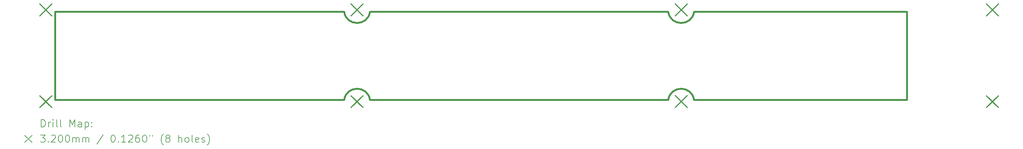
<source format=gbr>
%TF.GenerationSoftware,KiCad,Pcbnew,7.0.2-0*%
%TF.CreationDate,2023-05-18T01:15:51+02:00*%
%TF.ProjectId,LD,4c442e6b-6963-4616-945f-706362585858,rev?*%
%TF.SameCoordinates,PXfd9f08PY7735940*%
%TF.FileFunction,Drillmap*%
%TF.FilePolarity,Positive*%
%FSLAX45Y45*%
G04 Gerber Fmt 4.5, Leading zero omitted, Abs format (unit mm)*
G04 Created by KiCad (PCBNEW 7.0.2-0) date 2023-05-18 01:15:51*
%MOMM*%
%LPD*%
G01*
G04 APERTURE LIST*
%ADD10C,0.500000*%
%ADD11C,0.200000*%
%ADD12C,0.320000*%
G04 APERTURE END LIST*
D10*
X17250000Y400000D02*
X9150000Y400000D01*
X600000Y400000D02*
X600000Y2800000D01*
X9150000Y2800000D02*
X17250000Y2800000D01*
X8450000Y400000D02*
X600000Y400000D01*
X23730000Y2800000D02*
X23730000Y400000D01*
X600000Y2800000D02*
X8450000Y2800000D01*
X17950000Y2800000D02*
X23730000Y2800000D01*
X9150000Y400000D02*
G75*
G03*
X8450000Y400000I-350000J-50000D01*
G01*
X17250000Y2800000D02*
G75*
G03*
X17950000Y2800000I350000J50000D01*
G01*
X17950000Y400000D02*
G75*
G03*
X17250000Y400000I-350000J-50000D01*
G01*
X23730000Y400000D02*
X17950000Y400000D01*
X8450000Y2800000D02*
G75*
G03*
X9150000Y2800000I350000J50000D01*
G01*
D11*
D12*
X190000Y3010000D02*
X510000Y2690000D01*
X510000Y3010000D02*
X190000Y2690000D01*
X190000Y510000D02*
X510000Y190000D01*
X510000Y510000D02*
X190000Y190000D01*
X8640000Y3010000D02*
X8960000Y2690000D01*
X8960000Y3010000D02*
X8640000Y2690000D01*
X8640000Y510000D02*
X8960000Y190000D01*
X8960000Y510000D02*
X8640000Y190000D01*
X17440000Y3010000D02*
X17760000Y2690000D01*
X17760000Y3010000D02*
X17440000Y2690000D01*
X17440000Y512870D02*
X17760000Y192870D01*
X17760000Y512870D02*
X17440000Y192870D01*
X25890000Y3010000D02*
X26210000Y2690000D01*
X26210000Y3010000D02*
X25890000Y2690000D01*
X25890000Y510000D02*
X26210000Y190000D01*
X26210000Y510000D02*
X25890000Y190000D01*
D11*
X222619Y-337524D02*
X222619Y-137524D01*
X222619Y-137524D02*
X270238Y-137524D01*
X270238Y-137524D02*
X298810Y-147048D01*
X298810Y-147048D02*
X317857Y-166095D01*
X317857Y-166095D02*
X327381Y-185143D01*
X327381Y-185143D02*
X336905Y-223238D01*
X336905Y-223238D02*
X336905Y-251809D01*
X336905Y-251809D02*
X327381Y-289905D01*
X327381Y-289905D02*
X317857Y-308952D01*
X317857Y-308952D02*
X298810Y-328000D01*
X298810Y-328000D02*
X270238Y-337524D01*
X270238Y-337524D02*
X222619Y-337524D01*
X422619Y-337524D02*
X422619Y-204190D01*
X422619Y-242286D02*
X432143Y-223238D01*
X432143Y-223238D02*
X441667Y-213714D01*
X441667Y-213714D02*
X460714Y-204190D01*
X460714Y-204190D02*
X479762Y-204190D01*
X546429Y-337524D02*
X546429Y-204190D01*
X546429Y-137524D02*
X536905Y-147048D01*
X536905Y-147048D02*
X546429Y-156571D01*
X546429Y-156571D02*
X555952Y-147048D01*
X555952Y-147048D02*
X546429Y-137524D01*
X546429Y-137524D02*
X546429Y-156571D01*
X670238Y-337524D02*
X651190Y-328000D01*
X651190Y-328000D02*
X641667Y-308952D01*
X641667Y-308952D02*
X641667Y-137524D01*
X775000Y-337524D02*
X755952Y-328000D01*
X755952Y-328000D02*
X746428Y-308952D01*
X746428Y-308952D02*
X746428Y-137524D01*
X1003571Y-337524D02*
X1003571Y-137524D01*
X1003571Y-137524D02*
X1070238Y-280381D01*
X1070238Y-280381D02*
X1136905Y-137524D01*
X1136905Y-137524D02*
X1136905Y-337524D01*
X1317857Y-337524D02*
X1317857Y-232762D01*
X1317857Y-232762D02*
X1308333Y-213714D01*
X1308333Y-213714D02*
X1289286Y-204190D01*
X1289286Y-204190D02*
X1251190Y-204190D01*
X1251190Y-204190D02*
X1232143Y-213714D01*
X1317857Y-328000D02*
X1298810Y-337524D01*
X1298810Y-337524D02*
X1251190Y-337524D01*
X1251190Y-337524D02*
X1232143Y-328000D01*
X1232143Y-328000D02*
X1222619Y-308952D01*
X1222619Y-308952D02*
X1222619Y-289905D01*
X1222619Y-289905D02*
X1232143Y-270857D01*
X1232143Y-270857D02*
X1251190Y-261333D01*
X1251190Y-261333D02*
X1298810Y-261333D01*
X1298810Y-261333D02*
X1317857Y-251809D01*
X1413095Y-204190D02*
X1413095Y-404190D01*
X1413095Y-213714D02*
X1432143Y-204190D01*
X1432143Y-204190D02*
X1470238Y-204190D01*
X1470238Y-204190D02*
X1489286Y-213714D01*
X1489286Y-213714D02*
X1498809Y-223238D01*
X1498809Y-223238D02*
X1508333Y-242286D01*
X1508333Y-242286D02*
X1508333Y-299429D01*
X1508333Y-299429D02*
X1498809Y-318476D01*
X1498809Y-318476D02*
X1489286Y-328000D01*
X1489286Y-328000D02*
X1470238Y-337524D01*
X1470238Y-337524D02*
X1432143Y-337524D01*
X1432143Y-337524D02*
X1413095Y-328000D01*
X1594048Y-318476D02*
X1603571Y-328000D01*
X1603571Y-328000D02*
X1594048Y-337524D01*
X1594048Y-337524D02*
X1584524Y-328000D01*
X1584524Y-328000D02*
X1594048Y-318476D01*
X1594048Y-318476D02*
X1594048Y-337524D01*
X1594048Y-213714D02*
X1603571Y-223238D01*
X1603571Y-223238D02*
X1594048Y-232762D01*
X1594048Y-232762D02*
X1584524Y-223238D01*
X1584524Y-223238D02*
X1594048Y-213714D01*
X1594048Y-213714D02*
X1594048Y-232762D01*
X-225000Y-565000D02*
X-25000Y-765000D01*
X-25000Y-565000D02*
X-225000Y-765000D01*
X203571Y-557524D02*
X327381Y-557524D01*
X327381Y-557524D02*
X260714Y-633714D01*
X260714Y-633714D02*
X289286Y-633714D01*
X289286Y-633714D02*
X308333Y-643238D01*
X308333Y-643238D02*
X317857Y-652762D01*
X317857Y-652762D02*
X327381Y-671810D01*
X327381Y-671810D02*
X327381Y-719428D01*
X327381Y-719428D02*
X317857Y-738476D01*
X317857Y-738476D02*
X308333Y-748000D01*
X308333Y-748000D02*
X289286Y-757524D01*
X289286Y-757524D02*
X232143Y-757524D01*
X232143Y-757524D02*
X213095Y-748000D01*
X213095Y-748000D02*
X203571Y-738476D01*
X413095Y-738476D02*
X422619Y-748000D01*
X422619Y-748000D02*
X413095Y-757524D01*
X413095Y-757524D02*
X403571Y-748000D01*
X403571Y-748000D02*
X413095Y-738476D01*
X413095Y-738476D02*
X413095Y-757524D01*
X498809Y-576571D02*
X508333Y-567048D01*
X508333Y-567048D02*
X527381Y-557524D01*
X527381Y-557524D02*
X575000Y-557524D01*
X575000Y-557524D02*
X594048Y-567048D01*
X594048Y-567048D02*
X603571Y-576571D01*
X603571Y-576571D02*
X613095Y-595619D01*
X613095Y-595619D02*
X613095Y-614667D01*
X613095Y-614667D02*
X603571Y-643238D01*
X603571Y-643238D02*
X489286Y-757524D01*
X489286Y-757524D02*
X613095Y-757524D01*
X736905Y-557524D02*
X755952Y-557524D01*
X755952Y-557524D02*
X775000Y-567048D01*
X775000Y-567048D02*
X784524Y-576571D01*
X784524Y-576571D02*
X794048Y-595619D01*
X794048Y-595619D02*
X803571Y-633714D01*
X803571Y-633714D02*
X803571Y-681333D01*
X803571Y-681333D02*
X794048Y-719428D01*
X794048Y-719428D02*
X784524Y-738476D01*
X784524Y-738476D02*
X775000Y-748000D01*
X775000Y-748000D02*
X755952Y-757524D01*
X755952Y-757524D02*
X736905Y-757524D01*
X736905Y-757524D02*
X717857Y-748000D01*
X717857Y-748000D02*
X708333Y-738476D01*
X708333Y-738476D02*
X698810Y-719428D01*
X698810Y-719428D02*
X689286Y-681333D01*
X689286Y-681333D02*
X689286Y-633714D01*
X689286Y-633714D02*
X698810Y-595619D01*
X698810Y-595619D02*
X708333Y-576571D01*
X708333Y-576571D02*
X717857Y-567048D01*
X717857Y-567048D02*
X736905Y-557524D01*
X927381Y-557524D02*
X946429Y-557524D01*
X946429Y-557524D02*
X965476Y-567048D01*
X965476Y-567048D02*
X975000Y-576571D01*
X975000Y-576571D02*
X984524Y-595619D01*
X984524Y-595619D02*
X994048Y-633714D01*
X994048Y-633714D02*
X994048Y-681333D01*
X994048Y-681333D02*
X984524Y-719428D01*
X984524Y-719428D02*
X975000Y-738476D01*
X975000Y-738476D02*
X965476Y-748000D01*
X965476Y-748000D02*
X946429Y-757524D01*
X946429Y-757524D02*
X927381Y-757524D01*
X927381Y-757524D02*
X908333Y-748000D01*
X908333Y-748000D02*
X898809Y-738476D01*
X898809Y-738476D02*
X889286Y-719428D01*
X889286Y-719428D02*
X879762Y-681333D01*
X879762Y-681333D02*
X879762Y-633714D01*
X879762Y-633714D02*
X889286Y-595619D01*
X889286Y-595619D02*
X898809Y-576571D01*
X898809Y-576571D02*
X908333Y-567048D01*
X908333Y-567048D02*
X927381Y-557524D01*
X1079762Y-757524D02*
X1079762Y-624190D01*
X1079762Y-643238D02*
X1089286Y-633714D01*
X1089286Y-633714D02*
X1108333Y-624190D01*
X1108333Y-624190D02*
X1136905Y-624190D01*
X1136905Y-624190D02*
X1155952Y-633714D01*
X1155952Y-633714D02*
X1165476Y-652762D01*
X1165476Y-652762D02*
X1165476Y-757524D01*
X1165476Y-652762D02*
X1175000Y-633714D01*
X1175000Y-633714D02*
X1194048Y-624190D01*
X1194048Y-624190D02*
X1222619Y-624190D01*
X1222619Y-624190D02*
X1241667Y-633714D01*
X1241667Y-633714D02*
X1251191Y-652762D01*
X1251191Y-652762D02*
X1251191Y-757524D01*
X1346429Y-757524D02*
X1346429Y-624190D01*
X1346429Y-643238D02*
X1355952Y-633714D01*
X1355952Y-633714D02*
X1375000Y-624190D01*
X1375000Y-624190D02*
X1403571Y-624190D01*
X1403571Y-624190D02*
X1422619Y-633714D01*
X1422619Y-633714D02*
X1432143Y-652762D01*
X1432143Y-652762D02*
X1432143Y-757524D01*
X1432143Y-652762D02*
X1441667Y-633714D01*
X1441667Y-633714D02*
X1460714Y-624190D01*
X1460714Y-624190D02*
X1489286Y-624190D01*
X1489286Y-624190D02*
X1508333Y-633714D01*
X1508333Y-633714D02*
X1517857Y-652762D01*
X1517857Y-652762D02*
X1517857Y-757524D01*
X1908333Y-548000D02*
X1736905Y-805143D01*
X2165476Y-557524D02*
X2184524Y-557524D01*
X2184524Y-557524D02*
X2203572Y-567048D01*
X2203572Y-567048D02*
X2213095Y-576571D01*
X2213095Y-576571D02*
X2222619Y-595619D01*
X2222619Y-595619D02*
X2232143Y-633714D01*
X2232143Y-633714D02*
X2232143Y-681333D01*
X2232143Y-681333D02*
X2222619Y-719428D01*
X2222619Y-719428D02*
X2213095Y-738476D01*
X2213095Y-738476D02*
X2203572Y-748000D01*
X2203572Y-748000D02*
X2184524Y-757524D01*
X2184524Y-757524D02*
X2165476Y-757524D01*
X2165476Y-757524D02*
X2146429Y-748000D01*
X2146429Y-748000D02*
X2136905Y-738476D01*
X2136905Y-738476D02*
X2127381Y-719428D01*
X2127381Y-719428D02*
X2117857Y-681333D01*
X2117857Y-681333D02*
X2117857Y-633714D01*
X2117857Y-633714D02*
X2127381Y-595619D01*
X2127381Y-595619D02*
X2136905Y-576571D01*
X2136905Y-576571D02*
X2146429Y-567048D01*
X2146429Y-567048D02*
X2165476Y-557524D01*
X2317857Y-738476D02*
X2327381Y-748000D01*
X2327381Y-748000D02*
X2317857Y-757524D01*
X2317857Y-757524D02*
X2308334Y-748000D01*
X2308334Y-748000D02*
X2317857Y-738476D01*
X2317857Y-738476D02*
X2317857Y-757524D01*
X2517857Y-757524D02*
X2403572Y-757524D01*
X2460714Y-757524D02*
X2460714Y-557524D01*
X2460714Y-557524D02*
X2441667Y-586095D01*
X2441667Y-586095D02*
X2422619Y-605143D01*
X2422619Y-605143D02*
X2403572Y-614667D01*
X2594048Y-576571D02*
X2603572Y-567048D01*
X2603572Y-567048D02*
X2622619Y-557524D01*
X2622619Y-557524D02*
X2670238Y-557524D01*
X2670238Y-557524D02*
X2689286Y-567048D01*
X2689286Y-567048D02*
X2698810Y-576571D01*
X2698810Y-576571D02*
X2708334Y-595619D01*
X2708334Y-595619D02*
X2708334Y-614667D01*
X2708334Y-614667D02*
X2698810Y-643238D01*
X2698810Y-643238D02*
X2584524Y-757524D01*
X2584524Y-757524D02*
X2708334Y-757524D01*
X2879762Y-557524D02*
X2841667Y-557524D01*
X2841667Y-557524D02*
X2822619Y-567048D01*
X2822619Y-567048D02*
X2813095Y-576571D01*
X2813095Y-576571D02*
X2794048Y-605143D01*
X2794048Y-605143D02*
X2784524Y-643238D01*
X2784524Y-643238D02*
X2784524Y-719428D01*
X2784524Y-719428D02*
X2794048Y-738476D01*
X2794048Y-738476D02*
X2803572Y-748000D01*
X2803572Y-748000D02*
X2822619Y-757524D01*
X2822619Y-757524D02*
X2860714Y-757524D01*
X2860714Y-757524D02*
X2879762Y-748000D01*
X2879762Y-748000D02*
X2889286Y-738476D01*
X2889286Y-738476D02*
X2898810Y-719428D01*
X2898810Y-719428D02*
X2898810Y-671810D01*
X2898810Y-671810D02*
X2889286Y-652762D01*
X2889286Y-652762D02*
X2879762Y-643238D01*
X2879762Y-643238D02*
X2860714Y-633714D01*
X2860714Y-633714D02*
X2822619Y-633714D01*
X2822619Y-633714D02*
X2803572Y-643238D01*
X2803572Y-643238D02*
X2794048Y-652762D01*
X2794048Y-652762D02*
X2784524Y-671810D01*
X3022619Y-557524D02*
X3041667Y-557524D01*
X3041667Y-557524D02*
X3060714Y-567048D01*
X3060714Y-567048D02*
X3070238Y-576571D01*
X3070238Y-576571D02*
X3079762Y-595619D01*
X3079762Y-595619D02*
X3089286Y-633714D01*
X3089286Y-633714D02*
X3089286Y-681333D01*
X3089286Y-681333D02*
X3079762Y-719428D01*
X3079762Y-719428D02*
X3070238Y-738476D01*
X3070238Y-738476D02*
X3060714Y-748000D01*
X3060714Y-748000D02*
X3041667Y-757524D01*
X3041667Y-757524D02*
X3022619Y-757524D01*
X3022619Y-757524D02*
X3003572Y-748000D01*
X3003572Y-748000D02*
X2994048Y-738476D01*
X2994048Y-738476D02*
X2984524Y-719428D01*
X2984524Y-719428D02*
X2975000Y-681333D01*
X2975000Y-681333D02*
X2975000Y-633714D01*
X2975000Y-633714D02*
X2984524Y-595619D01*
X2984524Y-595619D02*
X2994048Y-576571D01*
X2994048Y-576571D02*
X3003572Y-567048D01*
X3003572Y-567048D02*
X3022619Y-557524D01*
X3165476Y-557524D02*
X3165476Y-595619D01*
X3241667Y-557524D02*
X3241667Y-595619D01*
X3536905Y-833714D02*
X3527381Y-824190D01*
X3527381Y-824190D02*
X3508334Y-795619D01*
X3508334Y-795619D02*
X3498810Y-776571D01*
X3498810Y-776571D02*
X3489286Y-748000D01*
X3489286Y-748000D02*
X3479762Y-700381D01*
X3479762Y-700381D02*
X3479762Y-662286D01*
X3479762Y-662286D02*
X3489286Y-614667D01*
X3489286Y-614667D02*
X3498810Y-586095D01*
X3498810Y-586095D02*
X3508334Y-567048D01*
X3508334Y-567048D02*
X3527381Y-538476D01*
X3527381Y-538476D02*
X3536905Y-528952D01*
X3641667Y-643238D02*
X3622619Y-633714D01*
X3622619Y-633714D02*
X3613095Y-624190D01*
X3613095Y-624190D02*
X3603572Y-605143D01*
X3603572Y-605143D02*
X3603572Y-595619D01*
X3603572Y-595619D02*
X3613095Y-576571D01*
X3613095Y-576571D02*
X3622619Y-567048D01*
X3622619Y-567048D02*
X3641667Y-557524D01*
X3641667Y-557524D02*
X3679762Y-557524D01*
X3679762Y-557524D02*
X3698810Y-567048D01*
X3698810Y-567048D02*
X3708334Y-576571D01*
X3708334Y-576571D02*
X3717857Y-595619D01*
X3717857Y-595619D02*
X3717857Y-605143D01*
X3717857Y-605143D02*
X3708334Y-624190D01*
X3708334Y-624190D02*
X3698810Y-633714D01*
X3698810Y-633714D02*
X3679762Y-643238D01*
X3679762Y-643238D02*
X3641667Y-643238D01*
X3641667Y-643238D02*
X3622619Y-652762D01*
X3622619Y-652762D02*
X3613095Y-662286D01*
X3613095Y-662286D02*
X3603572Y-681333D01*
X3603572Y-681333D02*
X3603572Y-719428D01*
X3603572Y-719428D02*
X3613095Y-738476D01*
X3613095Y-738476D02*
X3622619Y-748000D01*
X3622619Y-748000D02*
X3641667Y-757524D01*
X3641667Y-757524D02*
X3679762Y-757524D01*
X3679762Y-757524D02*
X3698810Y-748000D01*
X3698810Y-748000D02*
X3708334Y-738476D01*
X3708334Y-738476D02*
X3717857Y-719428D01*
X3717857Y-719428D02*
X3717857Y-681333D01*
X3717857Y-681333D02*
X3708334Y-662286D01*
X3708334Y-662286D02*
X3698810Y-652762D01*
X3698810Y-652762D02*
X3679762Y-643238D01*
X3955953Y-757524D02*
X3955953Y-557524D01*
X4041667Y-757524D02*
X4041667Y-652762D01*
X4041667Y-652762D02*
X4032143Y-633714D01*
X4032143Y-633714D02*
X4013096Y-624190D01*
X4013096Y-624190D02*
X3984524Y-624190D01*
X3984524Y-624190D02*
X3965476Y-633714D01*
X3965476Y-633714D02*
X3955953Y-643238D01*
X4165476Y-757524D02*
X4146429Y-748000D01*
X4146429Y-748000D02*
X4136905Y-738476D01*
X4136905Y-738476D02*
X4127381Y-719428D01*
X4127381Y-719428D02*
X4127381Y-662286D01*
X4127381Y-662286D02*
X4136905Y-643238D01*
X4136905Y-643238D02*
X4146429Y-633714D01*
X4146429Y-633714D02*
X4165476Y-624190D01*
X4165476Y-624190D02*
X4194048Y-624190D01*
X4194048Y-624190D02*
X4213096Y-633714D01*
X4213096Y-633714D02*
X4222619Y-643238D01*
X4222619Y-643238D02*
X4232143Y-662286D01*
X4232143Y-662286D02*
X4232143Y-719428D01*
X4232143Y-719428D02*
X4222619Y-738476D01*
X4222619Y-738476D02*
X4213096Y-748000D01*
X4213096Y-748000D02*
X4194048Y-757524D01*
X4194048Y-757524D02*
X4165476Y-757524D01*
X4346429Y-757524D02*
X4327381Y-748000D01*
X4327381Y-748000D02*
X4317858Y-728952D01*
X4317858Y-728952D02*
X4317858Y-557524D01*
X4498810Y-748000D02*
X4479762Y-757524D01*
X4479762Y-757524D02*
X4441667Y-757524D01*
X4441667Y-757524D02*
X4422619Y-748000D01*
X4422619Y-748000D02*
X4413096Y-728952D01*
X4413096Y-728952D02*
X4413096Y-652762D01*
X4413096Y-652762D02*
X4422619Y-633714D01*
X4422619Y-633714D02*
X4441667Y-624190D01*
X4441667Y-624190D02*
X4479762Y-624190D01*
X4479762Y-624190D02*
X4498810Y-633714D01*
X4498810Y-633714D02*
X4508334Y-652762D01*
X4508334Y-652762D02*
X4508334Y-671810D01*
X4508334Y-671810D02*
X4413096Y-690857D01*
X4584524Y-748000D02*
X4603572Y-757524D01*
X4603572Y-757524D02*
X4641667Y-757524D01*
X4641667Y-757524D02*
X4660715Y-748000D01*
X4660715Y-748000D02*
X4670239Y-728952D01*
X4670239Y-728952D02*
X4670239Y-719428D01*
X4670239Y-719428D02*
X4660715Y-700381D01*
X4660715Y-700381D02*
X4641667Y-690857D01*
X4641667Y-690857D02*
X4613096Y-690857D01*
X4613096Y-690857D02*
X4594048Y-681333D01*
X4594048Y-681333D02*
X4584524Y-662286D01*
X4584524Y-662286D02*
X4584524Y-652762D01*
X4584524Y-652762D02*
X4594048Y-633714D01*
X4594048Y-633714D02*
X4613096Y-624190D01*
X4613096Y-624190D02*
X4641667Y-624190D01*
X4641667Y-624190D02*
X4660715Y-633714D01*
X4736905Y-833714D02*
X4746429Y-824190D01*
X4746429Y-824190D02*
X4765477Y-795619D01*
X4765477Y-795619D02*
X4775000Y-776571D01*
X4775000Y-776571D02*
X4784524Y-748000D01*
X4784524Y-748000D02*
X4794048Y-700381D01*
X4794048Y-700381D02*
X4794048Y-662286D01*
X4794048Y-662286D02*
X4784524Y-614667D01*
X4784524Y-614667D02*
X4775000Y-586095D01*
X4775000Y-586095D02*
X4765477Y-567048D01*
X4765477Y-567048D02*
X4746429Y-538476D01*
X4746429Y-538476D02*
X4736905Y-528952D01*
M02*

</source>
